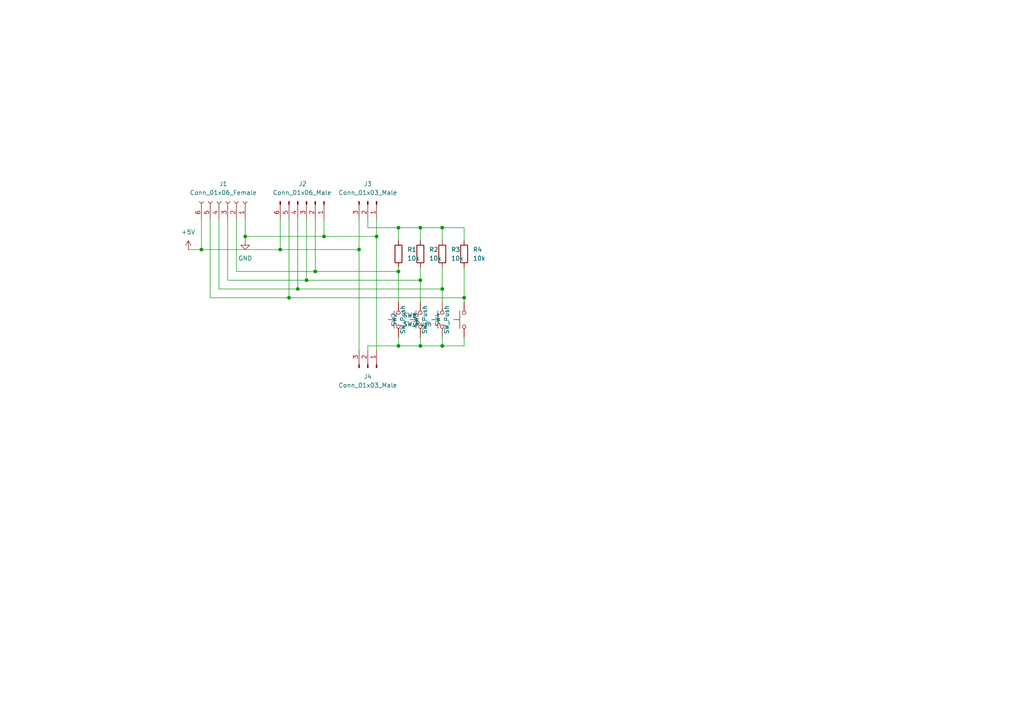
<source format=kicad_sch>
(kicad_sch (version 20211123) (generator eeschema)
  (paper "A4")
  (lib_symbols
    (symbol "Connector:Conn_01x03_Male" (pin_names (offset 1.016) hide)
      (property "Reference" "J" (at 0 5.08 0))
      (property "Value" "Conn_01x03_Male" (at 0 -5.08 0))
      (symbol "Conn_01x03_Male_1_1"
        (polyline (pts (xy 1.27 -2.54) (xy 0.8636 -2.54)) (stroke (width 0.1524)))
        (polyline (pts (xy 1.27 0) (xy 0.8636 0)) (stroke (width 0.1524)))
        (polyline (pts (xy 1.27 2.54) (xy 0.8636 2.54)) (stroke (width 0.1524)))
        (rectangle (start 0.8636 -2.413) (end 0 -2.667) (stroke (width 0.1524)) (fill (type outline)))
        (rectangle (start 0.8636 0.127) (end 0 -0.127) (stroke (width 0.1524)) (fill (type outline)))
        (rectangle (start 0.8636 2.667) (end 0 2.413) (stroke (width 0.1524)) (fill (type outline)))
        (pin passive line (at 5.08 2.54 180) (length 3.81) (name "Pin_1") (number "1"))
        (pin passive line (at 5.08 0 180) (length 3.81) (name "Pin_2") (number "2"))
        (pin passive line (at 5.08 -2.54 180) (length 3.81) (name "Pin_3") (number "3"))
      )
    )
    (symbol "Connector:Conn_01x06_Female" (pin_names (offset 1.016) hide)
      (property "Reference" "J" (at 0 7.62 0))
      (property "Value" "Conn_01x06_Female" (at 0 -10.16 0))
      (symbol "Conn_01x06_Female_1_1"
        (arc (start 0 -7.112) (mid -0.508 -7.62) (end 0 -8.128) (stroke (width 0.1524)))
        (arc (start 0 -4.572) (mid -0.508 -5.08) (end 0 -5.588) (stroke (width 0.1524)))
        (arc (start 0 -2.032) (mid -0.508 -2.54) (end 0 -3.048) (stroke (width 0.1524)))
        (polyline (pts (xy -1.27 -7.62) (xy -0.508 -7.62)) (stroke (width 0.1524)))
        (polyline (pts (xy -1.27 -5.08) (xy -0.508 -5.08)) (stroke (width 0.1524)))
        (polyline (pts (xy -1.27 -2.54) (xy -0.508 -2.54)) (stroke (width 0.1524)))
        (polyline (pts (xy -1.27 0) (xy -0.508 0)) (stroke (width 0.1524)))
        (polyline (pts (xy -1.27 2.54) (xy -0.508 2.54)) (stroke (width 0.1524)))
        (polyline (pts (xy -1.27 5.08) (xy -0.508 5.08)) (stroke (width 0.1524)))
        (arc (start 0 0.508) (mid -0.508 0) (end 0 -0.508) (stroke (width 0.1524)))
        (arc (start 0 3.048) (mid -0.508 2.54) (end 0 2.032) (stroke (width 0.1524)))
        (arc (start 0 5.588) (mid -0.508 5.08) (end 0 4.572) (stroke (width 0.1524)))
        (pin passive line (at -5.08 5.08 0) (length 3.81) (name "Pin_1") (number "1"))
        (pin passive line (at -5.08 2.54 0) (length 3.81) (name "Pin_2") (number "2"))
        (pin passive line (at -5.08 0 0) (length 3.81) (name "Pin_3") (number "3"))
        (pin passive line (at -5.08 -2.54 0) (length 3.81) (name "Pin_4") (number "4"))
        (pin passive line (at -5.08 -5.08 0) (length 3.81) (name "Pin_5") (number "5"))
        (pin passive line (at -5.08 -7.62 0) (length 3.81) (name "Pin_6") (number "6"))
      )
    )
    (symbol "Connector:Conn_01x06_Male" (pin_names (offset 1.016) hide)
      (property "Reference" "J" (at 0 7.62 0))
      (property "Value" "Conn_01x06_Male" (at 0 -10.16 0))
      (symbol "Conn_01x06_Male_1_1"
        (polyline (pts (xy 1.27 -7.62) (xy 0.8636 -7.62)) (stroke (width 0.1524)))
        (polyline (pts (xy 1.27 -5.08) (xy 0.8636 -5.08)) (stroke (width 0.1524)))
        (polyline (pts (xy 1.27 -2.54) (xy 0.8636 -2.54)) (stroke (width 0.1524)))
        (polyline (pts (xy 1.27 0) (xy 0.8636 0)) (stroke (width 0.1524)))
        (polyline (pts (xy 1.27 2.54) (xy 0.8636 2.54)) (stroke (width 0.1524)))
        (polyline (pts (xy 1.27 5.08) (xy 0.8636 5.08)) (stroke (width 0.1524)))
        (rectangle (start 0.8636 -7.493) (end 0 -7.747) (stroke (width 0.1524)) (fill (type outline)))
        (rectangle (start 0.8636 -4.953) (end 0 -5.207) (stroke (width 0.1524)) (fill (type outline)))
        (rectangle (start 0.8636 -2.413) (end 0 -2.667) (stroke (width 0.1524)) (fill (type outline)))
        (rectangle (start 0.8636 0.127) (end 0 -0.127) (stroke (width 0.1524)) (fill (type outline)))
        (rectangle (start 0.8636 2.667) (end 0 2.413) (stroke (width 0.1524)) (fill (type outline)))
        (rectangle (start 0.8636 5.207) (end 0 4.953) (stroke (width 0.1524)) (fill (type outline)))
        (pin passive line (at 5.08 5.08 180) (length 3.81) (name "Pin_1") (number "1"))
        (pin passive line (at 5.08 2.54 180) (length 3.81) (name "Pin_2") (number "2"))
        (pin passive line (at 5.08 0 180) (length 3.81) (name "Pin_3") (number "3"))
        (pin passive line (at 5.08 -2.54 180) (length 3.81) (name "Pin_4") (number "4"))
        (pin passive line (at 5.08 -5.08 180) (length 3.81) (name "Pin_5") (number "5"))
        (pin passive line (at 5.08 -7.62 180) (length 3.81) (name "Pin_6") (number "6"))
      )
    )
    (symbol "Device:R" (pin_numbers hide) (pin_names (offset 0))
      (property "Reference" "R" (at 2.032 0 90))
      (property "Value" "R" (at 0 0 90))
      (symbol "R_0_1"
        (rectangle (start -1.016 -2.54) (end 1.016 2.54) (stroke (width 0.254)))
      )
      (symbol "R_1_1"
        (pin passive line (at 0 3.81 270) (length 1.27) (name "~") (number "1"))
        (pin passive line (at 0 -3.81 90) (length 1.27) (name "~") (number "2"))
      )
    )
    (symbol "Switch:SW_Push" (pin_numbers hide) (pin_names (offset 1.016) hide)
      (property "Reference" "SW" (at 1.27 2.54 0))
      (property "Value" "SW_Push" (at 0 -1.524 0))
      (symbol "SW_Push_0_1"
        (circle (center -2.032 0) (radius 0.508))
        (polyline (pts (xy 0 1.27) (xy 0 3.048)))
        (polyline (pts (xy 2.54 1.27) (xy -2.54 1.27)))
        (circle (center 2.032 0) (radius 0.508))
        (pin passive line (at -5.08 0 0) (length 2.54) (name "1") (number "1"))
        (pin passive line (at 5.08 0 180) (length 2.54) (name "2") (number "2"))
      )
    )
    (symbol "power:+5V" (power) (pin_names (offset 0))
      (property "Value" "+5V" (at 0 3.556 0))
      (symbol "+5V_0_1"
        (polyline (pts (xy -0.762 1.27) (xy 0 2.54)))
        (polyline (pts (xy 0 0) (xy 0 2.54)))
        (polyline (pts (xy 0 2.54) (xy 0.762 1.27)))
      )
      (symbol "+5V_1_1"
        (pin power_in line (at 0 0 90) (length 0) hide (name "+5V") (number "1"))
      )
    )
    (symbol "power:GND" (power) (pin_names (offset 0))
      (property "Value" "GND" (at 0 -3.81 0))
      (symbol "GND_0_1"
        (polyline (pts (xy 0 0) (xy 0 -1.27) (xy 1.27 -1.27) (xy 0 -2.54) (xy -1.27 -1.27) (xy 0 -1.27)))
      )
      (symbol "GND_1_1"
        (pin power_in line (at 0 0 270) (length 0) hide (name "GND") (number "1"))
      )
    )
  )
  (junction (at 104.14 72.39))
  (junction (at 128.27 66.04))
  (junction (at 93.98 68.58))
  (junction (at 128.27 83.82))
  (junction (at 71.12 68.58))
  (junction (at 121.92 66.04))
  (junction (at 86.36 83.82))
  (junction (at 128.27 100.33))
  (junction (at 109.22 68.58))
  (junction (at 115.57 78.74))
  (junction (at 134.62 86.36))
  (junction (at 83.82 86.36))
  (junction (at 58.42 72.39))
  (junction (at 88.9 81.28))
  (junction (at 121.92 100.33))
  (junction (at 115.57 100.33))
  (junction (at 81.28 72.39))
  (junction (at 121.92 81.28))
  (junction (at 91.44 78.74))
  (junction (at 115.57 66.04))
  (wire (pts (xy 115.57 66.04) (xy 121.92 66.04)))
  (wire (pts (xy 128.27 100.33) (xy 121.92 100.33)))
  (wire (pts (xy 128.27 77.47) (xy 128.27 83.82)))
  (wire (pts (xy 121.92 81.28) (xy 121.92 87.63)))
  (wire (pts (xy 106.68 100.33) (xy 106.68 101.6)))
  (wire (pts (xy 121.92 69.85) (xy 121.92 66.04)))
  (wire (pts (xy 106.68 66.04) (xy 115.57 66.04)))
  (wire (pts (xy 60.96 86.36) (xy 60.96 63.5)))
  (wire (pts (xy 115.57 100.33) (xy 106.68 100.33)))
  (wire (pts (xy 115.57 97.79) (xy 115.57 100.33)))
  (wire (pts (xy 134.62 86.36) (xy 134.62 87.63)))
  (wire (pts (xy 128.27 97.79) (xy 128.27 100.33)))
  (wire (pts (xy 104.14 63.5) (xy 104.14 72.39)))
  (wire (pts (xy 134.62 97.79) (xy 134.62 100.33)))
  (wire (pts (xy 106.68 63.5) (xy 106.68 66.04)))
  (wire (pts (xy 109.22 63.5) (xy 109.22 68.58)))
  (wire (pts (xy 63.5 63.5) (xy 63.5 83.82)))
  (wire (pts (xy 134.62 86.36) (xy 83.82 86.36)))
  (wire (pts (xy 71.12 68.58) (xy 93.98 68.58)))
  (wire (pts (xy 81.28 72.39) (xy 81.28 63.5)))
  (wire (pts (xy 91.44 63.5) (xy 91.44 78.74)))
  (wire (pts (xy 115.57 69.85) (xy 115.57 66.04)))
  (wire (pts (xy 88.9 63.5) (xy 88.9 81.28)))
  (wire (pts (xy 83.82 86.36) (xy 60.96 86.36)))
  (wire (pts (xy 81.28 72.39) (xy 104.14 72.39)))
  (wire (pts (xy 121.92 66.04) (xy 128.27 66.04)))
  (wire (pts (xy 109.22 68.58) (xy 93.98 68.58)))
  (wire (pts (xy 71.12 68.58) (xy 71.12 69.85)))
  (wire (pts (xy 86.36 83.82) (xy 128.27 83.82)))
  (wire (pts (xy 128.27 66.04) (xy 128.27 69.85)))
  (wire (pts (xy 68.58 78.74) (xy 91.44 78.74)))
  (wire (pts (xy 93.98 68.58) (xy 93.98 63.5)))
  (wire (pts (xy 63.5 83.82) (xy 86.36 83.82)))
  (wire (pts (xy 121.92 77.47) (xy 121.92 81.28)))
  (wire (pts (xy 115.57 78.74) (xy 115.57 87.63)))
  (wire (pts (xy 115.57 77.47) (xy 115.57 78.74)))
  (wire (pts (xy 91.44 78.74) (xy 115.57 78.74)))
  (wire (pts (xy 58.42 72.39) (xy 81.28 72.39)))
  (wire (pts (xy 128.27 83.82) (xy 128.27 87.63)))
  (wire (pts (xy 109.22 68.58) (xy 109.22 101.6)))
  (wire (pts (xy 88.9 81.28) (xy 121.92 81.28)))
  (wire (pts (xy 54.61 72.39) (xy 58.42 72.39)))
  (wire (pts (xy 134.62 66.04) (xy 128.27 66.04)))
  (wire (pts (xy 134.62 100.33) (xy 128.27 100.33)))
  (wire (pts (xy 83.82 63.5) (xy 83.82 86.36)))
  (wire (pts (xy 104.14 72.39) (xy 104.14 101.6)))
  (wire (pts (xy 134.62 69.85) (xy 134.62 66.04)))
  (wire (pts (xy 86.36 63.5) (xy 86.36 83.82)))
  (wire (pts (xy 121.92 97.79) (xy 121.92 100.33)))
  (wire (pts (xy 58.42 63.5) (xy 58.42 72.39)))
  (wire (pts (xy 71.12 63.5) (xy 71.12 68.58)))
  (wire (pts (xy 68.58 63.5) (xy 68.58 78.74)))
  (wire (pts (xy 66.04 81.28) (xy 88.9 81.28)))
  (wire (pts (xy 134.62 77.47) (xy 134.62 86.36)))
  (wire (pts (xy 121.92 100.33) (xy 115.57 100.33)))
  (wire (pts (xy 66.04 63.5) (xy 66.04 81.28)))
  (symbol (lib_id "Switch:SW_Push") (at 115.57 92.71 90) (unit 1)
    (property "Reference" "SW1" (at 116.84 91.4399 90) (effects (justify right)))
    (property "Value" "SW_Push" (at 116.84 93.9799 90) (effects (justify right)))
    (property "Footprint" "Button_Switch_THT:SW_PUSH_6mm_H5mm" (effects hide))
  )
  (symbol (lib_id "Connector:Conn_01x06_Female") (at 66.04 58.42 270) (mirror x) (unit 1)
    (property "Reference" "J1" (at 64.77 53.34 90))
    (property "Value" "Conn_01x06_Female" (at 64.77 55.88 90))
    (property "Footprint" "Connector_PinSocket_2.54mm:PinSocket_1x06_P2.54mm_Vertical" (effects hide))
  )
  (symbol (lib_id "Device:R") (at 134.62 73.66 0) (unit 1)
    (property "Reference" "R4" (at 137.16 72.3899 0) (effects (justify left)))
    (property "Value" "10k" (at 137.16 74.9299 0) (effects (justify left)))
    (property "Footprint" "Resistor_THT:R_Axial_DIN0207_L6.3mm_D2.5mm_P10.16mm_Horizontal" (effects hide))
  )
  (symbol (lib_id "Device:R") (at 121.92 73.66 0) (unit 1)
    (property "Reference" "R2" (at 124.46 72.3899 0) (effects (justify left)))
    (property "Value" "10k" (at 124.46 74.9299 0) (effects (justify left)))
    (property "Footprint" "Resistor_THT:R_Axial_DIN0207_L6.3mm_D2.5mm_P10.16mm_Horizontal" (effects hide))
  )
  (symbol (lib_id "Device:R") (at 128.27 73.66 0) (unit 1)
    (property "Reference" "R3" (at 130.81 72.3899 0) (effects (justify left)))
    (property "Value" "10k" (at 130.81 74.9299 0) (effects (justify left)))
    (property "Footprint" "Resistor_THT:R_Axial_DIN0207_L6.3mm_D2.5mm_P10.16mm_Horizontal" (effects hide))
  )
  (symbol (lib_id "Device:R") (at 115.57 73.66 0) (unit 1)
    (property "Reference" "R1" (at 118.11 72.3899 0) (effects (justify left)))
    (property "Value" "10k" (at 118.11 74.9299 0) (effects (justify left)))
    (property "Footprint" "Resistor_THT:R_Axial_DIN0207_L6.3mm_D2.5mm_P10.16mm_Horizontal" (effects hide))
  )
  (symbol (lib_id "Switch:SW_Push") (at 128.27 92.71 90) (unit 1)
    (property "Reference" "SW3" (at 120.65 92.71 0))
    (property "Value" "SW_Push" (at 123.19 92.71 0))
    (property "Footprint" "Button_Switch_THT:SW_PUSH_6mm_H5mm" (effects hide))
  )
  (symbol (lib_id "Switch:SW_Push") (at 134.62 92.71 90) (unit 1)
    (property "Reference" "SW4" (at 127 92.71 0))
    (property "Value" "SW_Push" (at 129.54 92.71 0))
    (property "Footprint" "Button_Switch_THT:SW_PUSH_6mm_H5mm" (effects hide))
  )
  (symbol (lib_id "power:GND") (at 71.12 69.85 0) (unit 1)
    (property "Reference" "#PWR02" (effects hide))
    (property "Value" "GND" (at 71.12 74.93 0))
  )
  (symbol (lib_id "power:+5V") (at 54.61 72.39 0) (unit 1)
    (property "Reference" "#PWR01" (effects hide))
    (property "Value" "+5V" (at 54.61 67.31 0))
  )
  (symbol (lib_id "Switch:SW_Push") (at 121.92 92.71 90) (unit 1)
    (property "Reference" "SW2" (at 114.3 92.71 0))
    (property "Value" "SW_Push" (at 116.84 92.71 0))
    (property "Footprint" "Button_Switch_THT:SW_PUSH_6mm_H5mm" (effects hide))
  )
  (symbol (lib_id "Connector:Conn_01x03_Male") (at 106.68 106.68 270) (mirror x) (unit 1)
    (property "Reference" "J4" (at 106.68 109.22 90))
    (property "Value" "Conn_01x03_Male" (at 106.68 111.76 90))
    (property "Footprint" "Connector_PinHeader_2.54mm:PinHeader_1x03_P2.54mm_Vertical" (effects hide))
  )
  (symbol (lib_id "Connector:Conn_01x06_Male") (at 88.9 58.42 270) (unit 1)
    (property "Reference" "J2" (at 87.63 53.34 90) (effects (font italic)))
    (property "Value" "Conn_01x06_Male" (at 87.63 55.88 90))
    (property "Footprint" "Connector_PinHeader_2.54mm:PinHeader_1x06_P2.54mm_Vertical" (effects hide))
  )
  (symbol (lib_id "Connector:Conn_01x03_Male") (at 106.68 58.42 270) (unit 1)
    (property "Reference" "J3" (at 106.68 53.34 90))
    (property "Value" "Conn_01x03_Male" (at 106.68 55.88 90))
    (property "Footprint" "Connector_PinHeader_2.54mm:PinHeader_1x03_P2.54mm_Vertical" (effects hide))
  )
)
</source>
